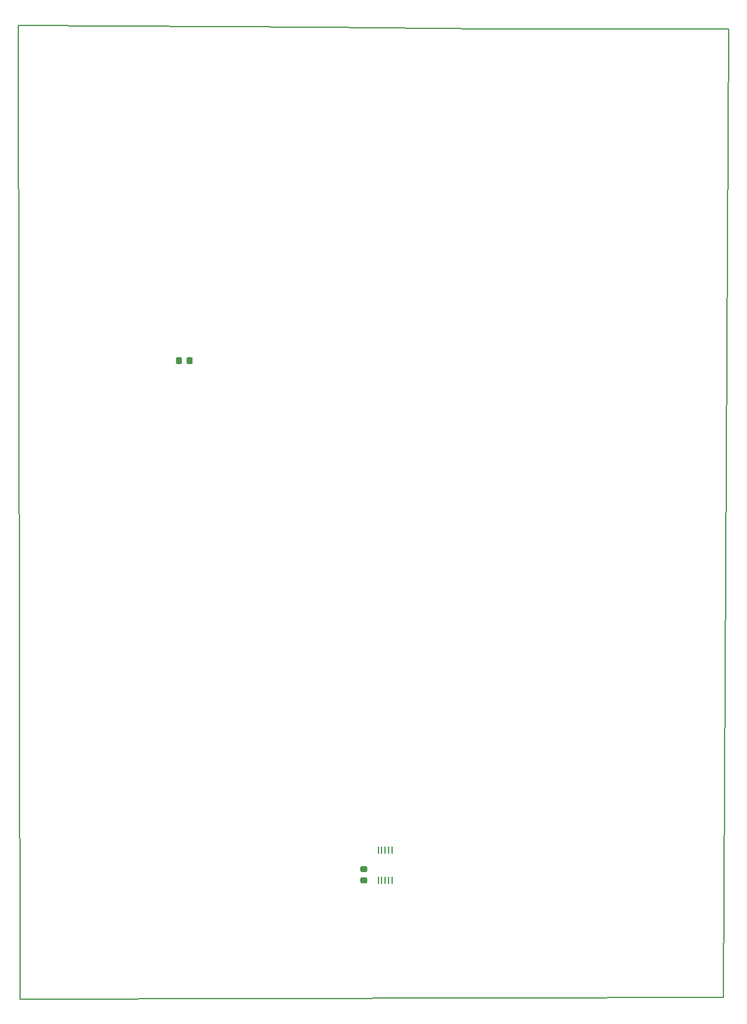
<source format=gbr>
%TF.GenerationSoftware,KiCad,Pcbnew,8.0.1*%
%TF.CreationDate,2024-10-06T19:08:46+02:00*%
%TF.ProjectId,CREPP.io,43524550-502e-4696-9f2e-6b696361645f,rev?*%
%TF.SameCoordinates,Original*%
%TF.FileFunction,Paste,Top*%
%TF.FilePolarity,Positive*%
%FSLAX46Y46*%
G04 Gerber Fmt 4.6, Leading zero omitted, Abs format (unit mm)*
G04 Created by KiCad (PCBNEW 8.0.1) date 2024-10-06 19:08:46*
%MOMM*%
%LPD*%
G01*
G04 APERTURE LIST*
G04 Aperture macros list*
%AMRoundRect*
0 Rectangle with rounded corners*
0 $1 Rounding radius*
0 $2 $3 $4 $5 $6 $7 $8 $9 X,Y pos of 4 corners*
0 Add a 4 corners polygon primitive as box body*
4,1,4,$2,$3,$4,$5,$6,$7,$8,$9,$2,$3,0*
0 Add four circle primitives for the rounded corners*
1,1,$1+$1,$2,$3*
1,1,$1+$1,$4,$5*
1,1,$1+$1,$6,$7*
1,1,$1+$1,$8,$9*
0 Add four rect primitives between the rounded corners*
20,1,$1+$1,$2,$3,$4,$5,0*
20,1,$1+$1,$4,$5,$6,$7,0*
20,1,$1+$1,$6,$7,$8,$9,0*
20,1,$1+$1,$8,$9,$2,$3,0*%
G04 Aperture macros list end*
%ADD10R,0.250000X1.100000*%
%ADD11RoundRect,0.225000X0.225000X0.250000X-0.225000X0.250000X-0.225000X-0.250000X0.225000X-0.250000X0*%
%ADD12RoundRect,0.225000X-0.250000X0.225000X-0.250000X-0.225000X0.250000X-0.225000X0.250000X0.225000X0*%
%TA.AperFunction,Profile*%
%ADD13C,0.200000*%
%TD*%
G04 APERTURE END LIST*
D10*
%TO.C,U1*%
X150948194Y-137414989D03*
X151448194Y-137414989D03*
X151948194Y-137414989D03*
X152448194Y-137414989D03*
X152948194Y-137414989D03*
X152948194Y-133114989D03*
X152448194Y-133114989D03*
X151948194Y-133114989D03*
X151448194Y-133114989D03*
X150948194Y-133114989D03*
%TD*%
D11*
%TO.C,C2*%
X123903594Y-62992989D03*
X122353594Y-62992989D03*
%TD*%
D12*
%TO.C,C1*%
X148884194Y-135864989D03*
X148884194Y-137414989D03*
%TD*%
D13*
X142798800Y-15240000D02*
X166928800Y-15494000D01*
X167182800Y-15494000D01*
X201218800Y-15494000D01*
X200456800Y-154178000D01*
X99618800Y-154432000D01*
X99364800Y-14986000D01*
X142798800Y-15240000D01*
M02*

</source>
